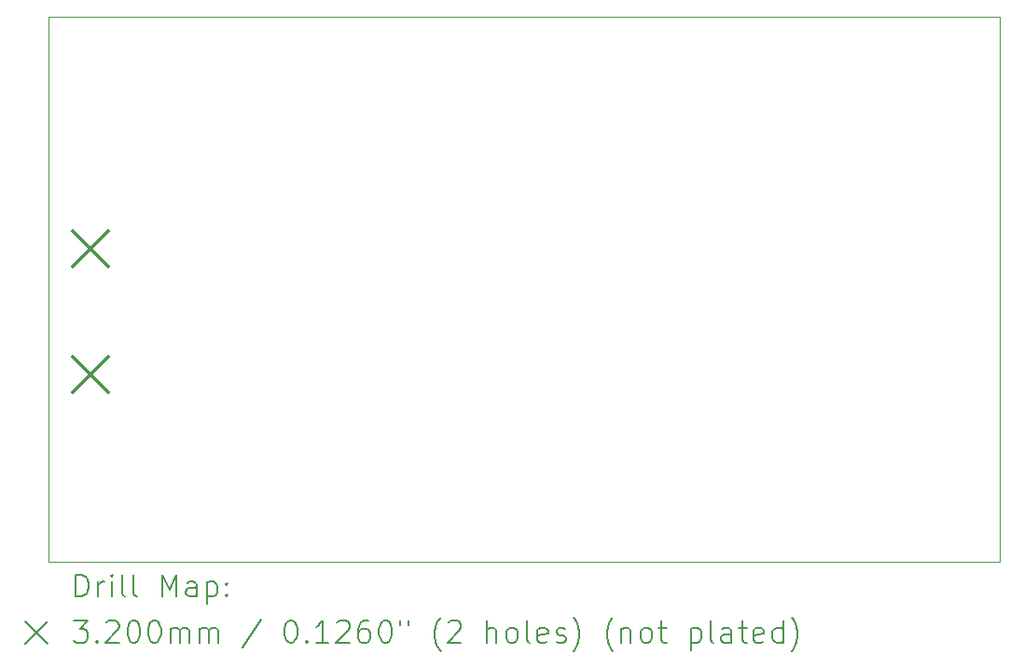
<source format=gbr>
%FSLAX45Y45*%
G04 Gerber Fmt 4.5, Leading zero omitted, Abs format (unit mm)*
G04 Created by KiCad (PCBNEW (6.0.6)) date 2022-07-11 11:59:16*
%MOMM*%
%LPD*%
G01*
G04 APERTURE LIST*
%TA.AperFunction,Profile*%
%ADD10C,0.100000*%
%TD*%
%ADD11C,0.200000*%
%ADD12C,0.320000*%
G04 APERTURE END LIST*
D10*
X9906000Y-6604000D02*
X18542000Y-6604000D01*
X18542000Y-6604000D02*
X18542000Y-11557000D01*
X18542000Y-11557000D02*
X9906000Y-11557000D01*
X9906000Y-11557000D02*
X9906000Y-6604000D01*
D11*
D12*
X10129000Y-8555750D02*
X10449000Y-8875750D01*
X10449000Y-8555750D02*
X10129000Y-8875750D01*
X10129000Y-9698750D02*
X10449000Y-10018750D01*
X10449000Y-9698750D02*
X10129000Y-10018750D01*
D11*
X10158619Y-11872476D02*
X10158619Y-11672476D01*
X10206238Y-11672476D01*
X10234810Y-11682000D01*
X10253857Y-11701048D01*
X10263381Y-11720095D01*
X10272905Y-11758190D01*
X10272905Y-11786762D01*
X10263381Y-11824857D01*
X10253857Y-11843905D01*
X10234810Y-11862952D01*
X10206238Y-11872476D01*
X10158619Y-11872476D01*
X10358619Y-11872476D02*
X10358619Y-11739143D01*
X10358619Y-11777238D02*
X10368143Y-11758190D01*
X10377667Y-11748667D01*
X10396714Y-11739143D01*
X10415762Y-11739143D01*
X10482429Y-11872476D02*
X10482429Y-11739143D01*
X10482429Y-11672476D02*
X10472905Y-11682000D01*
X10482429Y-11691524D01*
X10491952Y-11682000D01*
X10482429Y-11672476D01*
X10482429Y-11691524D01*
X10606238Y-11872476D02*
X10587190Y-11862952D01*
X10577667Y-11843905D01*
X10577667Y-11672476D01*
X10711000Y-11872476D02*
X10691952Y-11862952D01*
X10682429Y-11843905D01*
X10682429Y-11672476D01*
X10939571Y-11872476D02*
X10939571Y-11672476D01*
X11006238Y-11815333D01*
X11072905Y-11672476D01*
X11072905Y-11872476D01*
X11253857Y-11872476D02*
X11253857Y-11767714D01*
X11244333Y-11748667D01*
X11225286Y-11739143D01*
X11187190Y-11739143D01*
X11168143Y-11748667D01*
X11253857Y-11862952D02*
X11234809Y-11872476D01*
X11187190Y-11872476D01*
X11168143Y-11862952D01*
X11158619Y-11843905D01*
X11158619Y-11824857D01*
X11168143Y-11805809D01*
X11187190Y-11796286D01*
X11234809Y-11796286D01*
X11253857Y-11786762D01*
X11349095Y-11739143D02*
X11349095Y-11939143D01*
X11349095Y-11748667D02*
X11368143Y-11739143D01*
X11406238Y-11739143D01*
X11425286Y-11748667D01*
X11434809Y-11758190D01*
X11444333Y-11777238D01*
X11444333Y-11834381D01*
X11434809Y-11853428D01*
X11425286Y-11862952D01*
X11406238Y-11872476D01*
X11368143Y-11872476D01*
X11349095Y-11862952D01*
X11530048Y-11853428D02*
X11539571Y-11862952D01*
X11530048Y-11872476D01*
X11520524Y-11862952D01*
X11530048Y-11853428D01*
X11530048Y-11872476D01*
X11530048Y-11748667D02*
X11539571Y-11758190D01*
X11530048Y-11767714D01*
X11520524Y-11758190D01*
X11530048Y-11748667D01*
X11530048Y-11767714D01*
X9701000Y-12102000D02*
X9901000Y-12302000D01*
X9901000Y-12102000D02*
X9701000Y-12302000D01*
X10139571Y-12092476D02*
X10263381Y-12092476D01*
X10196714Y-12168667D01*
X10225286Y-12168667D01*
X10244333Y-12178190D01*
X10253857Y-12187714D01*
X10263381Y-12206762D01*
X10263381Y-12254381D01*
X10253857Y-12273428D01*
X10244333Y-12282952D01*
X10225286Y-12292476D01*
X10168143Y-12292476D01*
X10149095Y-12282952D01*
X10139571Y-12273428D01*
X10349095Y-12273428D02*
X10358619Y-12282952D01*
X10349095Y-12292476D01*
X10339571Y-12282952D01*
X10349095Y-12273428D01*
X10349095Y-12292476D01*
X10434810Y-12111524D02*
X10444333Y-12102000D01*
X10463381Y-12092476D01*
X10511000Y-12092476D01*
X10530048Y-12102000D01*
X10539571Y-12111524D01*
X10549095Y-12130571D01*
X10549095Y-12149619D01*
X10539571Y-12178190D01*
X10425286Y-12292476D01*
X10549095Y-12292476D01*
X10672905Y-12092476D02*
X10691952Y-12092476D01*
X10711000Y-12102000D01*
X10720524Y-12111524D01*
X10730048Y-12130571D01*
X10739571Y-12168667D01*
X10739571Y-12216286D01*
X10730048Y-12254381D01*
X10720524Y-12273428D01*
X10711000Y-12282952D01*
X10691952Y-12292476D01*
X10672905Y-12292476D01*
X10653857Y-12282952D01*
X10644333Y-12273428D01*
X10634810Y-12254381D01*
X10625286Y-12216286D01*
X10625286Y-12168667D01*
X10634810Y-12130571D01*
X10644333Y-12111524D01*
X10653857Y-12102000D01*
X10672905Y-12092476D01*
X10863381Y-12092476D02*
X10882429Y-12092476D01*
X10901476Y-12102000D01*
X10911000Y-12111524D01*
X10920524Y-12130571D01*
X10930048Y-12168667D01*
X10930048Y-12216286D01*
X10920524Y-12254381D01*
X10911000Y-12273428D01*
X10901476Y-12282952D01*
X10882429Y-12292476D01*
X10863381Y-12292476D01*
X10844333Y-12282952D01*
X10834810Y-12273428D01*
X10825286Y-12254381D01*
X10815762Y-12216286D01*
X10815762Y-12168667D01*
X10825286Y-12130571D01*
X10834810Y-12111524D01*
X10844333Y-12102000D01*
X10863381Y-12092476D01*
X11015762Y-12292476D02*
X11015762Y-12159143D01*
X11015762Y-12178190D02*
X11025286Y-12168667D01*
X11044333Y-12159143D01*
X11072905Y-12159143D01*
X11091952Y-12168667D01*
X11101476Y-12187714D01*
X11101476Y-12292476D01*
X11101476Y-12187714D02*
X11111000Y-12168667D01*
X11130048Y-12159143D01*
X11158619Y-12159143D01*
X11177667Y-12168667D01*
X11187190Y-12187714D01*
X11187190Y-12292476D01*
X11282428Y-12292476D02*
X11282428Y-12159143D01*
X11282428Y-12178190D02*
X11291952Y-12168667D01*
X11311000Y-12159143D01*
X11339571Y-12159143D01*
X11358619Y-12168667D01*
X11368143Y-12187714D01*
X11368143Y-12292476D01*
X11368143Y-12187714D02*
X11377667Y-12168667D01*
X11396714Y-12159143D01*
X11425286Y-12159143D01*
X11444333Y-12168667D01*
X11453857Y-12187714D01*
X11453857Y-12292476D01*
X11844333Y-12082952D02*
X11672905Y-12340095D01*
X12101476Y-12092476D02*
X12120524Y-12092476D01*
X12139571Y-12102000D01*
X12149095Y-12111524D01*
X12158619Y-12130571D01*
X12168143Y-12168667D01*
X12168143Y-12216286D01*
X12158619Y-12254381D01*
X12149095Y-12273428D01*
X12139571Y-12282952D01*
X12120524Y-12292476D01*
X12101476Y-12292476D01*
X12082428Y-12282952D01*
X12072905Y-12273428D01*
X12063381Y-12254381D01*
X12053857Y-12216286D01*
X12053857Y-12168667D01*
X12063381Y-12130571D01*
X12072905Y-12111524D01*
X12082428Y-12102000D01*
X12101476Y-12092476D01*
X12253857Y-12273428D02*
X12263381Y-12282952D01*
X12253857Y-12292476D01*
X12244333Y-12282952D01*
X12253857Y-12273428D01*
X12253857Y-12292476D01*
X12453857Y-12292476D02*
X12339571Y-12292476D01*
X12396714Y-12292476D02*
X12396714Y-12092476D01*
X12377667Y-12121048D01*
X12358619Y-12140095D01*
X12339571Y-12149619D01*
X12530048Y-12111524D02*
X12539571Y-12102000D01*
X12558619Y-12092476D01*
X12606238Y-12092476D01*
X12625286Y-12102000D01*
X12634809Y-12111524D01*
X12644333Y-12130571D01*
X12644333Y-12149619D01*
X12634809Y-12178190D01*
X12520524Y-12292476D01*
X12644333Y-12292476D01*
X12815762Y-12092476D02*
X12777667Y-12092476D01*
X12758619Y-12102000D01*
X12749095Y-12111524D01*
X12730048Y-12140095D01*
X12720524Y-12178190D01*
X12720524Y-12254381D01*
X12730048Y-12273428D01*
X12739571Y-12282952D01*
X12758619Y-12292476D01*
X12796714Y-12292476D01*
X12815762Y-12282952D01*
X12825286Y-12273428D01*
X12834809Y-12254381D01*
X12834809Y-12206762D01*
X12825286Y-12187714D01*
X12815762Y-12178190D01*
X12796714Y-12168667D01*
X12758619Y-12168667D01*
X12739571Y-12178190D01*
X12730048Y-12187714D01*
X12720524Y-12206762D01*
X12958619Y-12092476D02*
X12977667Y-12092476D01*
X12996714Y-12102000D01*
X13006238Y-12111524D01*
X13015762Y-12130571D01*
X13025286Y-12168667D01*
X13025286Y-12216286D01*
X13015762Y-12254381D01*
X13006238Y-12273428D01*
X12996714Y-12282952D01*
X12977667Y-12292476D01*
X12958619Y-12292476D01*
X12939571Y-12282952D01*
X12930048Y-12273428D01*
X12920524Y-12254381D01*
X12911000Y-12216286D01*
X12911000Y-12168667D01*
X12920524Y-12130571D01*
X12930048Y-12111524D01*
X12939571Y-12102000D01*
X12958619Y-12092476D01*
X13101476Y-12092476D02*
X13101476Y-12130571D01*
X13177667Y-12092476D02*
X13177667Y-12130571D01*
X13472905Y-12368667D02*
X13463381Y-12359143D01*
X13444333Y-12330571D01*
X13434809Y-12311524D01*
X13425286Y-12282952D01*
X13415762Y-12235333D01*
X13415762Y-12197238D01*
X13425286Y-12149619D01*
X13434809Y-12121048D01*
X13444333Y-12102000D01*
X13463381Y-12073428D01*
X13472905Y-12063905D01*
X13539571Y-12111524D02*
X13549095Y-12102000D01*
X13568143Y-12092476D01*
X13615762Y-12092476D01*
X13634809Y-12102000D01*
X13644333Y-12111524D01*
X13653857Y-12130571D01*
X13653857Y-12149619D01*
X13644333Y-12178190D01*
X13530048Y-12292476D01*
X13653857Y-12292476D01*
X13891952Y-12292476D02*
X13891952Y-12092476D01*
X13977667Y-12292476D02*
X13977667Y-12187714D01*
X13968143Y-12168667D01*
X13949095Y-12159143D01*
X13920524Y-12159143D01*
X13901476Y-12168667D01*
X13891952Y-12178190D01*
X14101476Y-12292476D02*
X14082428Y-12282952D01*
X14072905Y-12273428D01*
X14063381Y-12254381D01*
X14063381Y-12197238D01*
X14072905Y-12178190D01*
X14082428Y-12168667D01*
X14101476Y-12159143D01*
X14130048Y-12159143D01*
X14149095Y-12168667D01*
X14158619Y-12178190D01*
X14168143Y-12197238D01*
X14168143Y-12254381D01*
X14158619Y-12273428D01*
X14149095Y-12282952D01*
X14130048Y-12292476D01*
X14101476Y-12292476D01*
X14282428Y-12292476D02*
X14263381Y-12282952D01*
X14253857Y-12263905D01*
X14253857Y-12092476D01*
X14434809Y-12282952D02*
X14415762Y-12292476D01*
X14377667Y-12292476D01*
X14358619Y-12282952D01*
X14349095Y-12263905D01*
X14349095Y-12187714D01*
X14358619Y-12168667D01*
X14377667Y-12159143D01*
X14415762Y-12159143D01*
X14434809Y-12168667D01*
X14444333Y-12187714D01*
X14444333Y-12206762D01*
X14349095Y-12225809D01*
X14520524Y-12282952D02*
X14539571Y-12292476D01*
X14577667Y-12292476D01*
X14596714Y-12282952D01*
X14606238Y-12263905D01*
X14606238Y-12254381D01*
X14596714Y-12235333D01*
X14577667Y-12225809D01*
X14549095Y-12225809D01*
X14530048Y-12216286D01*
X14520524Y-12197238D01*
X14520524Y-12187714D01*
X14530048Y-12168667D01*
X14549095Y-12159143D01*
X14577667Y-12159143D01*
X14596714Y-12168667D01*
X14672905Y-12368667D02*
X14682428Y-12359143D01*
X14701476Y-12330571D01*
X14711000Y-12311524D01*
X14720524Y-12282952D01*
X14730048Y-12235333D01*
X14730048Y-12197238D01*
X14720524Y-12149619D01*
X14711000Y-12121048D01*
X14701476Y-12102000D01*
X14682428Y-12073428D01*
X14672905Y-12063905D01*
X15034809Y-12368667D02*
X15025286Y-12359143D01*
X15006238Y-12330571D01*
X14996714Y-12311524D01*
X14987190Y-12282952D01*
X14977667Y-12235333D01*
X14977667Y-12197238D01*
X14987190Y-12149619D01*
X14996714Y-12121048D01*
X15006238Y-12102000D01*
X15025286Y-12073428D01*
X15034809Y-12063905D01*
X15111000Y-12159143D02*
X15111000Y-12292476D01*
X15111000Y-12178190D02*
X15120524Y-12168667D01*
X15139571Y-12159143D01*
X15168143Y-12159143D01*
X15187190Y-12168667D01*
X15196714Y-12187714D01*
X15196714Y-12292476D01*
X15320524Y-12292476D02*
X15301476Y-12282952D01*
X15291952Y-12273428D01*
X15282428Y-12254381D01*
X15282428Y-12197238D01*
X15291952Y-12178190D01*
X15301476Y-12168667D01*
X15320524Y-12159143D01*
X15349095Y-12159143D01*
X15368143Y-12168667D01*
X15377667Y-12178190D01*
X15387190Y-12197238D01*
X15387190Y-12254381D01*
X15377667Y-12273428D01*
X15368143Y-12282952D01*
X15349095Y-12292476D01*
X15320524Y-12292476D01*
X15444333Y-12159143D02*
X15520524Y-12159143D01*
X15472905Y-12092476D02*
X15472905Y-12263905D01*
X15482428Y-12282952D01*
X15501476Y-12292476D01*
X15520524Y-12292476D01*
X15739571Y-12159143D02*
X15739571Y-12359143D01*
X15739571Y-12168667D02*
X15758619Y-12159143D01*
X15796714Y-12159143D01*
X15815762Y-12168667D01*
X15825286Y-12178190D01*
X15834809Y-12197238D01*
X15834809Y-12254381D01*
X15825286Y-12273428D01*
X15815762Y-12282952D01*
X15796714Y-12292476D01*
X15758619Y-12292476D01*
X15739571Y-12282952D01*
X15949095Y-12292476D02*
X15930048Y-12282952D01*
X15920524Y-12263905D01*
X15920524Y-12092476D01*
X16111000Y-12292476D02*
X16111000Y-12187714D01*
X16101476Y-12168667D01*
X16082428Y-12159143D01*
X16044333Y-12159143D01*
X16025286Y-12168667D01*
X16111000Y-12282952D02*
X16091952Y-12292476D01*
X16044333Y-12292476D01*
X16025286Y-12282952D01*
X16015762Y-12263905D01*
X16015762Y-12244857D01*
X16025286Y-12225809D01*
X16044333Y-12216286D01*
X16091952Y-12216286D01*
X16111000Y-12206762D01*
X16177667Y-12159143D02*
X16253857Y-12159143D01*
X16206238Y-12092476D02*
X16206238Y-12263905D01*
X16215762Y-12282952D01*
X16234809Y-12292476D01*
X16253857Y-12292476D01*
X16396714Y-12282952D02*
X16377667Y-12292476D01*
X16339571Y-12292476D01*
X16320524Y-12282952D01*
X16311000Y-12263905D01*
X16311000Y-12187714D01*
X16320524Y-12168667D01*
X16339571Y-12159143D01*
X16377667Y-12159143D01*
X16396714Y-12168667D01*
X16406238Y-12187714D01*
X16406238Y-12206762D01*
X16311000Y-12225809D01*
X16577667Y-12292476D02*
X16577667Y-12092476D01*
X16577667Y-12282952D02*
X16558619Y-12292476D01*
X16520524Y-12292476D01*
X16501476Y-12282952D01*
X16491952Y-12273428D01*
X16482428Y-12254381D01*
X16482428Y-12197238D01*
X16491952Y-12178190D01*
X16501476Y-12168667D01*
X16520524Y-12159143D01*
X16558619Y-12159143D01*
X16577667Y-12168667D01*
X16653857Y-12368667D02*
X16663381Y-12359143D01*
X16682428Y-12330571D01*
X16691952Y-12311524D01*
X16701476Y-12282952D01*
X16711000Y-12235333D01*
X16711000Y-12197238D01*
X16701476Y-12149619D01*
X16691952Y-12121048D01*
X16682428Y-12102000D01*
X16663381Y-12073428D01*
X16653857Y-12063905D01*
M02*

</source>
